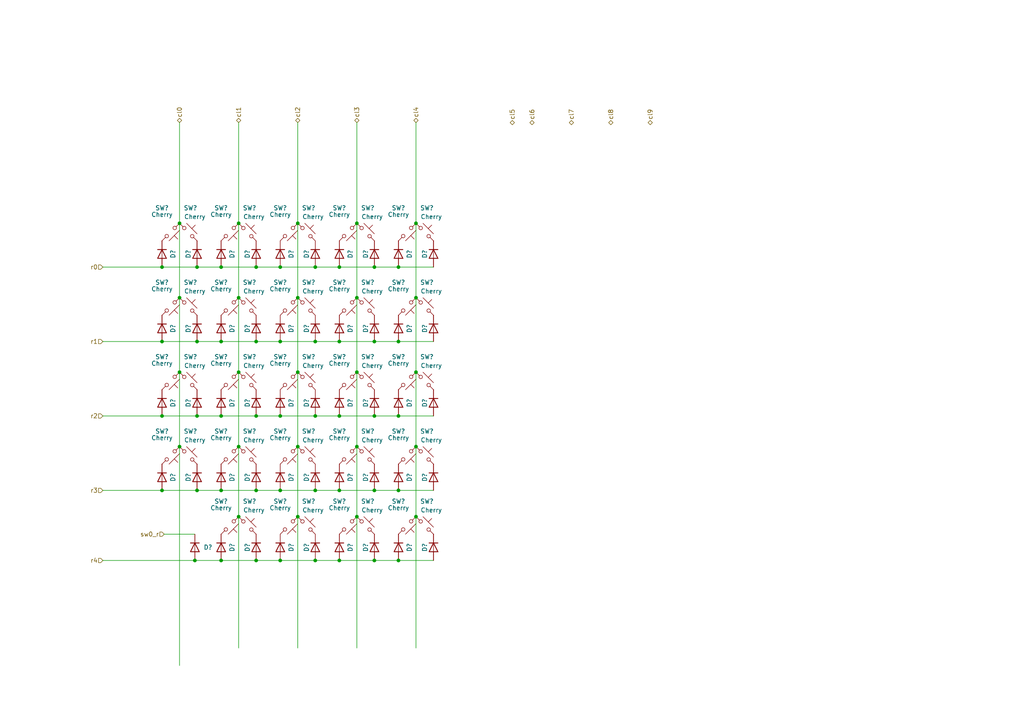
<source format=kicad_sch>
(kicad_sch (version 20230121) (generator eeschema)
  (paper "A4")
  (title_block (date "2023-08-15") (rev "0") (company "IsoKey - asterix24@gmail.com"))
  (lib_symbols
    (symbol "Diode:1N4448W" (pin_numbers hide) (pin_names hide)
      (property "Reference" "D" (at 0 2.54 0))
      (property "Value" "1N4448W" (at 0 -2.54 0))
      (symbol "1N4448W_0_1"
        (polyline (pts (xy -1.27 1.27) (xy -1.27 -1.27)) (stroke (width 0.254)))
        (polyline (pts (xy 1.27 0) (xy -1.27 0)))
        (polyline (pts (xy 1.27 1.27) (xy 1.27 -1.27) (xy -1.27 0) (xy 1.27 1.27)) (stroke (width 0.254)))
      )
      (symbol "1N4448W_1_1"
        (pin passive line (at -3.81 0 0) (length 2.54) (name "K") (number "1"))
        (pin passive line (at 3.81 0 180) (length 2.54) (name "A") (number "2"))
      )
    )
    (symbol "Switch:SW_Push_45deg" (pin_numbers hide) (pin_names (offset 1.016) hide)
      (property "Reference" "SW" (at 3.048 1.016 0))
      (property "Value" "SW_Push_45deg" (at 0 -3.81 0))
      (symbol "SW_Push_45deg_0_1"
        (circle (center -1.1684 1.1684) (radius 0.508))
        (polyline (pts (xy -0.508 2.54) (xy 2.54 -0.508)))
        (polyline (pts (xy 1.016 1.016) (xy 2.032 2.032)))
        (polyline (pts (xy -2.54 2.54) (xy -1.524 1.524) (xy -1.524 1.524)))
        (polyline (pts (xy 1.524 -1.524) (xy 2.54 -2.54) (xy 2.54 -2.54) (xy 2.54 -2.54)))
        (circle (center 1.143 -1.1938) (radius 0.508))
        (pin passive line (at -2.54 2.54 0) (length 0) (name "1") (number "1"))
        (pin passive line (at 2.54 -2.54 180) (length 0) (name "2") (number "2"))
      )
    )
  )
  (junction (at 98.425 120.65))
  (junction (at 81.28 120.65))
  (junction (at 86.36 129.54))
  (junction (at 74.295 77.47))
  (junction (at 91.44 99.06))
  (junction (at 46.99 142.24))
  (junction (at 120.65 107.95))
  (junction (at 115.57 77.47))
  (junction (at 52.07 129.54))
  (junction (at 91.44 142.24))
  (junction (at 81.28 77.47))
  (junction (at 81.28 142.24))
  (junction (at 64.135 99.06))
  (junction (at 52.07 107.95))
  (junction (at 46.99 120.65))
  (junction (at 103.505 107.95))
  (junction (at 120.65 86.36))
  (junction (at 57.15 77.47))
  (junction (at 57.15 142.24))
  (junction (at 46.99 99.06))
  (junction (at 108.585 120.65))
  (junction (at 69.215 86.36))
  (junction (at 52.07 64.77))
  (junction (at 74.295 162.56))
  (junction (at 64.135 77.47))
  (junction (at 98.425 142.24))
  (junction (at 64.135 142.24))
  (junction (at 69.215 107.95))
  (junction (at 56.515 162.56))
  (junction (at 86.36 107.95))
  (junction (at 91.44 162.56))
  (junction (at 74.295 99.06))
  (junction (at 74.295 120.65))
  (junction (at 57.15 120.65))
  (junction (at 69.215 129.54))
  (junction (at 52.07 86.36))
  (junction (at 69.215 64.77))
  (junction (at 103.505 129.54))
  (junction (at 120.65 129.54))
  (junction (at 86.36 64.77))
  (junction (at 64.135 162.56))
  (junction (at 46.99 77.47))
  (junction (at 64.135 120.65))
  (junction (at 115.57 120.65))
  (junction (at 108.585 142.24))
  (junction (at 69.215 149.86))
  (junction (at 120.65 64.77))
  (junction (at 120.65 149.86))
  (junction (at 115.57 162.56))
  (junction (at 74.295 142.24))
  (junction (at 98.425 99.06))
  (junction (at 115.57 99.06))
  (junction (at 91.44 77.47))
  (junction (at 81.28 99.06))
  (junction (at 108.585 99.06))
  (junction (at 81.28 162.56))
  (junction (at 103.505 149.86))
  (junction (at 86.36 86.36))
  (junction (at 103.505 86.36))
  (junction (at 108.585 77.47))
  (junction (at 108.585 162.56))
  (junction (at 86.36 149.86))
  (junction (at 115.57 142.24))
  (junction (at 98.425 77.47))
  (junction (at 57.15 99.06))
  (junction (at 98.425 162.56))
  (junction (at 103.505 64.77))
  (junction (at 91.44 120.65))
  (wire (pts (xy 81.28 120.65) (xy 91.44 120.65)))
  (wire (pts (xy 57.15 77.47) (xy 64.135 77.47)))
  (wire (pts (xy 108.585 99.06) (xy 115.57 99.06)))
  (wire (pts (xy 74.295 162.56) (xy 81.28 162.56)))
  (wire (pts (xy 120.65 107.95) (xy 120.65 129.54)))
  (wire (pts (xy 81.28 77.47) (xy 91.44 77.47)))
  (wire (pts (xy 103.505 107.95) (xy 103.505 129.54)))
  (wire (pts (xy 29.845 77.47) (xy 46.99 77.47)))
  (wire (pts (xy 74.295 99.06) (xy 81.28 99.06)))
  (wire (pts (xy 69.215 129.54) (xy 69.215 149.86)))
  (wire (pts (xy 52.07 86.36) (xy 52.07 107.95)))
  (wire (pts (xy 81.28 99.06) (xy 91.44 99.06)))
  (wire (pts (xy 115.57 99.06) (xy 125.73 99.06)))
  (wire (pts (xy 115.57 120.65) (xy 125.73 120.65)))
  (wire (pts (xy 103.505 129.54) (xy 103.505 149.86)))
  (wire (pts (xy 69.215 86.36) (xy 69.215 107.95)))
  (wire (pts (xy 29.845 120.65) (xy 46.99 120.65)))
  (wire (pts (xy 46.99 99.06) (xy 57.15 99.06)))
  (wire (pts (xy 52.07 107.95) (xy 52.07 129.54)))
  (wire (pts (xy 108.585 120.65) (xy 115.57 120.65)))
  (wire (pts (xy 108.585 162.56) (xy 115.57 162.56)))
  (wire (pts (xy 103.505 64.77) (xy 103.505 86.36)))
  (wire (pts (xy 120.65 149.86) (xy 120.65 187.96)))
  (wire (pts (xy 86.36 86.36) (xy 86.36 107.95)))
  (wire (pts (xy 46.99 77.47) (xy 57.15 77.47)))
  (wire (pts (xy 64.135 162.56) (xy 74.295 162.56)))
  (wire (pts (xy 57.15 120.65) (xy 64.135 120.65)))
  (wire (pts (xy 52.07 129.54) (xy 52.07 193.04)))
  (wire (pts (xy 46.99 120.65) (xy 57.15 120.65)))
  (wire (pts (xy 98.425 142.24) (xy 108.585 142.24)))
  (wire (pts (xy 98.425 120.65) (xy 108.585 120.65)))
  (wire (pts (xy 120.65 35.56) (xy 120.65 64.77)))
  (wire (pts (xy 98.425 162.56) (xy 108.585 162.56)))
  (wire (pts (xy 120.65 129.54) (xy 120.65 149.86)))
  (wire (pts (xy 86.36 149.86) (xy 86.36 187.96)))
  (wire (pts (xy 69.215 107.95) (xy 69.215 129.54)))
  (wire (pts (xy 120.65 86.36) (xy 120.65 107.95)))
  (wire (pts (xy 91.44 162.56) (xy 98.425 162.56)))
  (wire (pts (xy 64.135 142.24) (xy 74.295 142.24)))
  (wire (pts (xy 47.625 154.94) (xy 56.515 154.94)))
  (wire (pts (xy 81.28 162.56) (xy 91.44 162.56)))
  (wire (pts (xy 108.585 142.24) (xy 115.57 142.24)))
  (wire (pts (xy 115.57 77.47) (xy 125.73 77.47)))
  (wire (pts (xy 86.36 107.95) (xy 86.36 129.54)))
  (wire (pts (xy 29.845 162.56) (xy 56.515 162.56)))
  (wire (pts (xy 57.15 142.24) (xy 64.135 142.24)))
  (wire (pts (xy 86.36 129.54) (xy 86.36 149.86)))
  (wire (pts (xy 91.44 77.47) (xy 98.425 77.47)))
  (wire (pts (xy 52.07 35.56) (xy 52.07 64.77)))
  (wire (pts (xy 74.295 77.47) (xy 81.28 77.47)))
  (wire (pts (xy 69.215 149.86) (xy 69.215 187.96)))
  (wire (pts (xy 57.15 99.06) (xy 64.135 99.06)))
  (wire (pts (xy 98.425 99.06) (xy 108.585 99.06)))
  (wire (pts (xy 103.505 149.86) (xy 103.505 187.96)))
  (wire (pts (xy 86.36 64.77) (xy 86.36 86.36)))
  (wire (pts (xy 69.215 64.77) (xy 69.215 86.36)))
  (wire (pts (xy 81.28 142.24) (xy 91.44 142.24)))
  (wire (pts (xy 74.295 120.65) (xy 81.28 120.65)))
  (wire (pts (xy 64.135 120.65) (xy 74.295 120.65)))
  (wire (pts (xy 46.99 142.24) (xy 57.15 142.24)))
  (wire (pts (xy 74.295 142.24) (xy 81.28 142.24)))
  (wire (pts (xy 69.215 35.56) (xy 69.215 64.77)))
  (wire (pts (xy 91.44 120.65) (xy 98.425 120.65)))
  (wire (pts (xy 91.44 99.06) (xy 98.425 99.06)))
  (wire (pts (xy 98.425 77.47) (xy 108.585 77.47)))
  (wire (pts (xy 52.07 64.77) (xy 52.07 86.36)))
  (wire (pts (xy 103.505 86.36) (xy 103.505 107.95)))
  (wire (pts (xy 115.57 162.56) (xy 125.73 162.56)))
  (wire (pts (xy 108.585 77.47) (xy 115.57 77.47)))
  (wire (pts (xy 56.515 162.56) (xy 64.135 162.56)))
  (wire (pts (xy 86.36 35.56) (xy 86.36 64.77)))
  (wire (pts (xy 115.57 142.24) (xy 125.73 142.24)))
  (wire (pts (xy 91.44 142.24) (xy 98.425 142.24)))
  (wire (pts (xy 29.845 99.06) (xy 46.99 99.06)))
  (wire (pts (xy 120.65 64.77) (xy 120.65 86.36)))
  (wire (pts (xy 29.845 142.24) (xy 46.99 142.24)))
  (wire (pts (xy 64.135 99.06) (xy 74.295 99.06)))
  (wire (pts (xy 103.505 35.56) (xy 103.505 64.77)))
  (wire (pts (xy 64.135 77.47) (xy 74.295 77.47)))
  (hierarchical_label "cl0" (shape bidirectional) (at 52.07 35.56 90))
  (hierarchical_label "sw0_r" (shape input) (at 47.625 154.94 180))
  (hierarchical_label "r1" (shape input) (at 29.845 99.06 180))
  (hierarchical_label "cl1" (shape bidirectional) (at 69.215 35.56 90))
  (hierarchical_label "cl3" (shape bidirectional) (at 103.505 35.56 90))
  (hierarchical_label "cl5" (shape bidirectional) (at 148.59 36.195 90))
  (hierarchical_label "cl7" (shape bidirectional) (at 165.735 36.195 90))
  (hierarchical_label "r0" (shape input) (at 29.845 77.47 180))
  (hierarchical_label "cl2" (shape bidirectional) (at 86.36 35.56 90))
  (hierarchical_label "cl4" (shape bidirectional) (at 120.65 35.56 90))
  (hierarchical_label "r3" (shape input) (at 29.845 142.24 180))
  (hierarchical_label "r4" (shape input) (at 29.845 162.56 180))
  (hierarchical_label "cl8" (shape bidirectional) (at 177.165 36.195 90))
  (hierarchical_label "cl9" (shape bidirectional) (at 188.595 36.195 90))
  (hierarchical_label "cl6" (shape bidirectional) (at 154.305 36.195 90))
  (hierarchical_label "r2" (shape input) (at 29.845 120.65 180))
  (symbol (lib_id "Switch:SW_Push_45deg") (at 54.61 110.49 0) (unit 1)
    (property "Reference" "SW?" (at 55.245 103.505 0))
    (property "Value" "Cherry" (at 56.515 106.045 0))
    (property "Footprint" "Button_Switch_Keyboard:Kailh_socket_MX_LED" (effects hide))
    (instances (project "isokey" (path "" (reference "SW?") (unit 1)) (path "" (reference "SW22") (unit 1)) (path "" (reference "SW?") (unit 1))))
  )
  (symbol (lib_id "Switch:SW_Push_45deg") (at 49.53 67.31 0) (mirror x) (unit 1)
    (property "Reference" "SW?" (at 46.99 60.325 0))
    (property "Value" "Cherry" (at 46.99 62.23 0))
    (property "Footprint" "Button_Switch_Keyboard:Kailh_socket_MX_LED" (effects hide))
    (instances (project "isokey" (path "" (reference "SW?") (unit 1)) (path "" (reference "SW1") (unit 1)) (path "" (reference "SW?") (unit 1))))
  )
  (symbol (lib_id "Diode:1N4448W") (at 81.28 116.84 270) (unit 1)
    (property "Reference" "D?" (at 84.455 115.57 0) (effects (justify left)))
    (property "Value" "1N4448W" (effects hide))
    (property "Footprint" "Diode_SMD:D_SOD-123" (effects hide))
    (property "Datasheet" "https://www.vishay.com/docs/85722/1n4448w.pdf" (effects hide))
    (property "Sim.Device" "D" (effects hide))
    (property "Sim.Pins" "1=K 2=A" (effects hide))
    (instances (project "isokey" (path "" (reference "D?") (unit 1)) (path "" (reference "D26") (unit 1)) (path "" (reference "D?") (unit 1))))
  )
  (symbol (lib_id "Switch:SW_Push_45deg") (at 83.82 110.49 0) (mirror x) (unit 1)
    (property "Reference" "SW?" (at 81.28 103.505 0))
    (property "Value" "Cherry" (at 81.28 105.41 0))
    (property "Footprint" "Button_Switch_Keyboard:Kailh_socket_MX_LED" (effects hide))
    (instances (project "isokey" (path "" (reference "SW?") (unit 1)) (path "" (reference "SW25") (unit 1)) (path "" (reference "SW?") (unit 1))))
  )
  (symbol (lib_id "Diode:1N4448W") (at 98.425 138.43 270) (unit 1)
    (property "Reference" "D?" (at 101.6 137.16 0) (effects (justify left)))
    (property "Value" "1N4448W" (effects hide))
    (property "Footprint" "Diode_SMD:D_SOD-123" (effects hide))
    (property "Datasheet" "https://www.vishay.com/docs/85722/1n4448w.pdf" (effects hide))
    (property "Sim.Device" "D" (effects hide))
    (property "Sim.Pins" "1=K 2=A" (effects hide))
    (instances (project "isokey" (path "" (reference "D?") (unit 1)) (path "" (reference "D127") (unit 1)) (path "" (reference "D?") (unit 1))))
  )
  (symbol (lib_id "Diode:1N4448W") (at 74.295 138.43 270) (unit 1)
    (property "Reference" "D?" (at 71.755 137.16 0) (effects (justify left)))
    (property "Value" "1N4448W" (effects hide))
    (property "Footprint" "Diode_SMD:D_SOD-123" (effects hide))
    (property "Datasheet" "https://www.vishay.com/docs/85722/1n4448w.pdf" (effects hide))
    (property "Sim.Device" "D" (effects hide))
    (property "Sim.Pins" "1=K 2=A" (effects hide))
    (instances (project "isokey" (path "" (reference "D?") (unit 1)) (path "" (reference "D124") (unit 1)) (path "" (reference "D?") (unit 1))))
  )
  (symbol (lib_id "Diode:1N4448W") (at 57.15 116.84 270) (unit 1)
    (property "Reference" "D?" (at 54.61 115.57 0) (effects (justify left)))
    (property "Value" "1N4448W" (effects hide))
    (property "Footprint" "Diode_SMD:D_SOD-123" (effects hide))
    (property "Datasheet" "https://www.vishay.com/docs/85722/1n4448w.pdf" (effects hide))
    (property "Sim.Device" "D" (effects hide))
    (property "Sim.Pins" "1=K 2=A" (effects hide))
    (instances (project "isokey" (path "" (reference "D?") (unit 1)) (path "" (reference "D22") (unit 1)) (path "" (reference "D?") (unit 1))))
  )
  (symbol (lib_id "Switch:SW_Push_45deg") (at 100.965 132.08 0) (mirror x) (unit 1)
    (property "Reference" "SW?" (at 98.425 125.095 0))
    (property "Value" "Cherry" (at 98.425 127 0))
    (property "Footprint" "Button_Switch_Keyboard:Kailh_socket_MX_LED" (effects hide))
    (instances (project "isokey" (path "" (reference "SW?") (unit 1)) (path "" (reference "SW37") (unit 1)) (path "" (reference "SW?") (unit 1))))
  )
  (symbol (lib_id "Diode:1N4448W") (at 81.28 158.75 270) (unit 1)
    (property "Reference" "D?" (at 84.455 157.48 0) (effects (justify left)))
    (property "Value" "1N4448W" (effects hide))
    (property "Footprint" "Diode_SMD:D_SOD-123" (effects hide))
    (property "Datasheet" "https://www.vishay.com/docs/85722/1n4448w.pdf" (effects hide))
    (property "Sim.Device" "D" (effects hide))
    (property "Sim.Pins" "1=K 2=A" (effects hide))
    (instances (project "isokey" (path "" (reference "D?") (unit 1)) (path "" (reference "D133") (unit 1)) (path "" (reference "D?") (unit 1))))
  )
  (symbol (lib_id "Switch:SW_Push_45deg") (at 88.9 110.49 0) (unit 1)
    (property "Reference" "SW?" (at 89.535 103.505 0))
    (property "Value" "Cherry" (at 90.805 106.045 0))
    (property "Footprint" "Button_Switch_Keyboard:Kailh_socket_MX_LED" (effects hide))
    (instances (project "isokey" (path "" (reference "SW?") (unit 1)) (path "" (reference "SW26") (unit 1)) (path "" (reference "SW?") (unit 1))))
  )
  (symbol (lib_id "Switch:SW_Push_45deg") (at 49.53 110.49 0) (mirror x) (unit 1)
    (property "Reference" "SW?" (at 46.99 103.505 0))
    (property "Value" "Cherry" (at 46.99 105.41 0))
    (property "Footprint" "Button_Switch_Keyboard:Kailh_socket_MX_LED" (effects hide))
    (instances (project "isokey" (path "" (reference "SW?") (unit 1)) (path "" (reference "SW21") (unit 1)) (path "" (reference "SW?") (unit 1))))
  )
  (symbol (lib_id "Diode:1N4448W") (at 108.585 116.84 270) (unit 1)
    (property "Reference" "D?" (at 106.045 115.57 0) (effects (justify left)))
    (property "Value" "1N4448W" (effects hide))
    (property "Footprint" "Diode_SMD:D_SOD-123" (effects hide))
    (property "Datasheet" "https://www.vishay.com/docs/85722/1n4448w.pdf" (effects hide))
    (property "Sim.Device" "D" (effects hide))
    (property "Sim.Pins" "1=K 2=A" (effects hide))
    (instances (project "isokey" (path "" (reference "D?") (unit 1)) (path "" (reference "D29") (unit 1)) (path "" (reference "D?") (unit 1))))
  )
  (symbol (lib_id "Diode:1N4448W") (at 91.44 116.84 270) (unit 1)
    (property "Reference" "D?" (at 88.9 115.57 0) (effects (justify left)))
    (property "Value" "1N4448W" (effects hide))
    (property "Footprint" "Diode_SMD:D_SOD-123" (effects hide))
    (property "Datasheet" "https://www.vishay.com/docs/85722/1n4448w.pdf" (effects hide))
    (property "Sim.Device" "D" (effects hide))
    (property "Sim.Pins" "1=K 2=A" (effects hide))
    (instances (project "isokey" (path "" (reference "D?") (unit 1)) (path "" (reference "D27") (unit 1)) (path "" (reference "D?") (unit 1))))
  )
  (symbol (lib_id "Switch:SW_Push_45deg") (at 83.82 67.31 0) (mirror x) (unit 1)
    (property "Reference" "SW?" (at 81.28 60.325 0))
    (property "Value" "Cherry" (at 81.28 62.23 0))
    (property "Footprint" "Button_Switch_Keyboard:Kailh_socket_MX_LED" (effects hide))
    (instances (project "isokey" (path "" (reference "SW?") (unit 1)) (path "" (reference "SW5") (unit 1)) (path "" (reference "SW?") (unit 1))))
  )
  (symbol (lib_id "Diode:1N4448W") (at 115.57 138.43 270) (unit 1)
    (property "Reference" "D?" (at 118.745 137.16 0) (effects (justify left)))
    (property "Value" "1N4448W" (effects hide))
    (property "Footprint" "Diode_SMD:D_SOD-123" (effects hide))
    (property "Datasheet" "https://www.vishay.com/docs/85722/1n4448w.pdf" (effects hide))
    (property "Sim.Device" "D" (effects hide))
    (property "Sim.Pins" "1=K 2=A" (effects hide))
    (instances (project "isokey" (path "" (reference "D?") (unit 1)) (path "" (reference "D129") (unit 1)) (path "" (reference "D?") (unit 1))))
  )
  (symbol (lib_id "Switch:SW_Push_45deg") (at 66.675 110.49 0) (mirror x) (unit 1)
    (property "Reference" "SW?" (at 64.135 103.505 0))
    (property "Value" "Cherry" (at 64.135 105.41 0))
    (property "Footprint" "Button_Switch_Keyboard:Kailh_socket_MX_LED" (effects hide))
    (instances (project "isokey" (path "" (reference "SW?") (unit 1)) (path "" (reference "SW23") (unit 1)) (path "" (reference "SW?") (unit 1))))
  )
  (symbol (lib_id "Switch:SW_Push_45deg") (at 71.755 152.4 0) (unit 1)
    (property "Reference" "SW?" (at 72.39 145.415 0))
    (property "Value" "Cherry" (at 73.66 147.955 0))
    (property "Footprint" "Button_Switch_Keyboard:Kailh_socket_MX_LED" (effects hide))
    (instances (project "isokey" (path "" (reference "SW?") (unit 1)) (path "" (reference "SW42") (unit 1)) (path "" (reference "SW?") (unit 1))))
  )
  (symbol (lib_id "Diode:1N4448W") (at 108.585 95.25 270) (unit 1)
    (property "Reference" "D?" (at 106.045 93.98 0) (effects (justify left)))
    (property "Value" "1N4448W" (effects hide))
    (property "Footprint" "Diode_SMD:D_SOD-123" (effects hide))
    (property "Datasheet" "https://www.vishay.com/docs/85722/1n4448w.pdf" (effects hide))
    (property "Sim.Device" "D" (effects hide))
    (property "Sim.Pins" "1=K 2=A" (effects hide))
    (instances (project "isokey" (path "" (reference "D?") (unit 1)) (path "" (reference "D18") (unit 1)) (path "" (reference "D?") (unit 1))))
  )
  (symbol (lib_id "Diode:1N4448W") (at 74.295 73.66 270) (unit 1)
    (property "Reference" "D?" (at 71.755 72.39 0) (effects (justify left)))
    (property "Value" "1N4448W" (effects hide))
    (property "Footprint" "Diode_SMD:D_SOD-123" (effects hide))
    (property "Datasheet" "https://www.vishay.com/docs/85722/1n4448w.pdf" (effects hide))
    (property "Sim.Device" "D" (effects hide))
    (property "Sim.Pins" "1=K 2=A" (effects hide))
    (instances (project "isokey" (path "" (reference "D?") (unit 1)) (path "" (reference "D4") (unit 1)) (path "" (reference "D?") (unit 1))))
  )
  (symbol (lib_id "Switch:SW_Push_45deg") (at 71.755 110.49 0) (unit 1)
    (property "Reference" "SW?" (at 72.39 103.505 0))
    (property "Value" "Cherry" (at 73.66 106.045 0))
    (property "Footprint" "Button_Switch_Keyboard:Kailh_socket_MX_LED" (effects hide))
    (instances (project "isokey" (path "" (reference "SW?") (unit 1)) (path "" (reference "SW24") (unit 1)) (path "" (reference "SW?") (unit 1))))
  )
  (symbol (lib_id "Switch:SW_Push_45deg") (at 88.9 132.08 0) (unit 1)
    (property "Reference" "SW?" (at 89.535 125.095 0))
    (property "Value" "Cherry" (at 90.805 127.635 0))
    (property "Footprint" "Button_Switch_Keyboard:Kailh_socket_MX_LED" (effects hide))
    (instances (project "isokey" (path "" (reference "SW?") (unit 1)) (path "" (reference "SW36") (unit 1)) (path "" (reference "SW?") (unit 1))))
  )
  (symbol (lib_id "Switch:SW_Push_45deg") (at 123.19 132.08 0) (unit 1)
    (property "Reference" "SW?" (at 123.825 125.095 0))
    (property "Value" "Cherry" (at 125.095 127.635 0))
    (property "Footprint" "Button_Switch_Keyboard:Kailh_socket_MX_LED" (effects hide))
    (instances (project "isokey" (path "" (reference "SW?") (unit 1)) (path "" (reference "SW40") (unit 1)) (path "" (reference "SW?") (unit 1))))
  )
  (symbol (lib_id "Switch:SW_Push_45deg") (at 100.965 67.31 0) (mirror x) (unit 1)
    (property "Reference" "SW?" (at 98.425 60.325 0))
    (property "Value" "Cherry" (at 98.425 62.23 0))
    (property "Footprint" "Button_Switch_Keyboard:Kailh_socket_MX_LED" (effects hide))
    (instances (project "isokey" (path "" (reference "SW?") (unit 1)) (path "" (reference "SW7") (unit 1)) (path "" (reference "SW?") (unit 1))))
  )
  (symbol (lib_id "Switch:SW_Push_45deg") (at 49.53 88.9 0) (mirror x) (unit 1)
    (property "Reference" "SW?" (at 46.99 81.915 0))
    (property "Value" "Cherry" (at 46.99 83.82 0))
    (property "Footprint" "Button_Switch_Keyboard:Kailh_socket_MX_LED" (effects hide))
    (instances (project "isokey" (path "" (reference "SW?") (unit 1)) (path "" (reference "SW11") (unit 1)) (path "" (reference "SW?") (unit 1))))
  )
  (symbol (lib_id "Switch:SW_Push_45deg") (at 118.11 88.9 0) (mirror x) (unit 1)
    (property "Reference" "SW?" (at 115.57 81.915 0))
    (property "Value" "Cherry" (at 115.57 83.82 0))
    (property "Footprint" "Button_Switch_Keyboard:Kailh_socket_MX_LED" (effects hide))
    (instances (project "isokey" (path "" (reference "SW?") (unit 1)) (path "" (reference "SW19") (unit 1)) (path "" (reference "SW?") (unit 1))))
  )
  (symbol (lib_id "Diode:1N4448W") (at 64.135 95.25 270) (unit 1)
    (property "Reference" "D?" (at 67.31 93.98 0) (effects (justify left)))
    (property "Value" "1N4448W" (effects hide))
    (property "Footprint" "Diode_SMD:D_SOD-123" (effects hide))
    (property "Datasheet" "https://www.vishay.com/docs/85722/1n4448w.pdf" (effects hide))
    (property "Sim.Device" "D" (effects hide))
    (property "Sim.Pins" "1=K 2=A" (effects hide))
    (instances (project "isokey" (path "" (reference "D?") (unit 1)) (path "" (reference "D13") (unit 1)) (path "" (reference "D?") (unit 1))))
  )
  (symbol (lib_id "Diode:1N4448W") (at 81.28 73.66 270) (unit 1)
    (property "Reference" "D?" (at 84.455 72.39 0) (effects (justify left)))
    (property "Value" "1N4448W" (effects hide))
    (property "Footprint" "Diode_SMD:D_SOD-123" (effects hide))
    (property "Datasheet" "https://www.vishay.com/docs/85722/1n4448w.pdf" (effects hide))
    (property "Sim.Device" "D" (effects hide))
    (property "Sim.Pins" "1=K 2=A" (effects hide))
    (instances (project "isokey" (path "" (reference "D?") (unit 1)) (path "" (reference "D5") (unit 1)) (path "" (reference "D?") (unit 1))))
  )
  (symbol (lib_id "Diode:1N4448W") (at 46.99 138.43 270) (unit 1)
    (property "Reference" "D?" (at 50.165 137.16 0) (effects (justify left)))
    (property "Value" "1N4448W" (effects hide))
    (property "Footprint" "Diode_SMD:D_SOD-123" (effects hide))
    (property "Datasheet" "https://www.vishay.com/docs/85722/1n4448w.pdf" (effects hide))
    (property "Sim.Device" "D" (effects hide))
    (property "Sim.Pins" "1=K 2=A" (effects hide))
    (instances (project "isokey" (path "" (reference "D?") (unit 1)) (path "" (reference "D121") (unit 1)) (path "" (reference "D?") (unit 1))))
  )
  (symbol (lib_id "Diode:1N4448W") (at 115.57 95.25 270) (unit 1)
    (property "Reference" "D?" (at 118.745 93.98 0) (effects (justify left)))
    (property "Value" "1N4448W" (effects hide))
    (property "Footprint" "Diode_SMD:D_SOD-123" (effects hide))
    (property "Datasheet" "https://www.vishay.com/docs/85722/1n4448w.pdf" (effects hide))
    (property "Sim.Device" "D" (effects hide))
    (property "Sim.Pins" "1=K 2=A" (effects hide))
    (instances (project "isokey" (path "" (reference "D?") (unit 1)) (path "" (reference "D19") (unit 1)) (path "" (reference "D?") (unit 1))))
  )
  (symbol (lib_id "Switch:SW_Push_45deg") (at 66.675 152.4 0) (mirror x) (unit 1)
    (property "Reference" "SW?" (at 64.135 145.415 0))
    (property "Value" "Cherry" (at 64.135 147.32 0))
    (property "Footprint" "Button_Switch_Keyboard:Kailh_socket_MX_LED" (effects hide))
    (instances (project "isokey" (path "" (reference "SW?") (unit 1)) (path "" (reference "SW41") (unit 1)) (path "" (reference "SW?") (unit 1))))
  )
  (symbol (lib_id "Switch:SW_Push_45deg") (at 123.19 110.49 0) (unit 1)
    (property "Reference" "SW?" (at 123.825 103.505 0))
    (property "Value" "Cherry" (at 125.095 106.045 0))
    (property "Footprint" "Button_Switch_Keyboard:Kailh_socket_MX_LED" (effects hide))
    (instances (project "isokey" (path "" (reference "SW?") (unit 1)) (path "" (reference "SW30") (unit 1)) (path "" (reference "SW?") (unit 1))))
  )
  (symbol (lib_id "Diode:1N4448W") (at 115.57 116.84 270) (unit 1)
    (property "Reference" "D?" (at 118.745 115.57 0) (effects (justify left)))
    (property "Value" "1N4448W" (effects hide))
    (property "Footprint" "Diode_SMD:D_SOD-123" (effects hide))
    (property "Datasheet" "https://www.vishay.com/docs/85722/1n4448w.pdf" (effects hide))
    (property "Sim.Device" "D" (effects hide))
    (property "Sim.Pins" "1=K 2=A" (effects hide))
    (instances (project "isokey" (path "" (reference "D?") (unit 1)) (path "" (reference "D119") (unit 1)) (path "" (reference "D?") (unit 1))))
  )
  (symbol (lib_id "Diode:1N4448W") (at 74.295 116.84 270) (unit 1)
    (property "Reference" "D?" (at 71.755 115.57 0) (effects (justify left)))
    (property "Value" "1N4448W" (effects hide))
    (property "Footprint" "Diode_SMD:D_SOD-123" (effects hide))
    (property "Datasheet" "https://www.vishay.com/docs/85722/1n4448w.pdf" (effects hide))
    (property "Sim.Device" "D" (effects hide))
    (property "Sim.Pins" "1=K 2=A" (effects hide))
    (instances (project "isokey" (path "" (reference "D?") (unit 1)) (path "" (reference "D24") (unit 1)) (path "" (reference "D?") (unit 1))))
  )
  (symbol (lib_id "Switch:SW_Push_45deg") (at 83.82 132.08 0) (mirror x) (unit 1)
    (property "Reference" "SW?" (at 81.28 125.095 0))
    (property "Value" "Cherry" (at 81.28 127 0))
    (property "Footprint" "Button_Switch_Keyboard:Kailh_socket_MX_LED" (effects hide))
    (instances (project "isokey" (path "" (reference "SW?") (unit 1)) (path "" (reference "SW35") (unit 1)) (path "" (reference "SW?") (unit 1))))
  )
  (symbol (lib_id "Switch:SW_Push_45deg") (at 118.11 67.31 0) (mirror x) (unit 1)
    (property "Reference" "SW?" (at 115.57 60.325 0))
    (property "Value" "Cherry" (at 115.57 62.23 0))
    (property "Footprint" "Button_Switch_Keyboard:Kailh_socket_MX_LED" (effects hide))
    (instances (project "isokey" (path "" (reference "SW?") (unit 1)) (path "" (reference "SW9") (unit 1)) (path "" (reference "SW?") (unit 1))))
  )
  (symbol (lib_id "Diode:1N4448W") (at 91.44 158.75 270) (unit 1)
    (property "Reference" "D?" (at 88.9 157.48 0) (effects (justify left)))
    (property "Value" "1N4448W" (effects hide))
    (property "Footprint" "Diode_SMD:D_SOD-123" (effects hide))
    (property "Datasheet" "https://www.vishay.com/docs/85722/1n4448w.pdf" (effects hide))
    (property "Sim.Device" "D" (effects hide))
    (property "Sim.Pins" "1=K 2=A" (effects hide))
    (instances (project "isokey" (path "" (reference "D?") (unit 1)) (path "" (reference "D134") (unit 1)) (path "" (reference "D?") (unit 1))))
  )
  (symbol (lib_id "Switch:SW_Push_45deg") (at 123.19 88.9 0) (unit 1)
    (property "Reference" "SW?" (at 123.825 81.915 0))
    (property "Value" "Cherry" (at 125.095 84.455 0))
    (property "Footprint" "Button_Switch_Keyboard:Kailh_socket_MX_LED" (effects hide))
    (instances (project "isokey" (path "" (reference "SW?") (unit 1)) (path "" (reference "SW20") (unit 1)) (path "" (reference "SW?") (unit 1))))
  )
  (symbol (lib_id "Diode:1N4448W") (at 108.585 138.43 270) (unit 1)
    (property "Reference" "D?" (at 106.045 137.16 0) (effects (justify left)))
    (property "Value" "1N4448W" (effects hide))
    (property "Footprint" "Diode_SMD:D_SOD-123" (effects hide))
    (property "Datasheet" "https://www.vishay.com/docs/85722/1n4448w.pdf" (effects hide))
    (property "Sim.Device" "D" (effects hide))
    (property "Sim.Pins" "1=K 2=A" (effects hide))
    (instances (project "isokey" (path "" (reference "D?") (unit 1)) (path "" (reference "D128") (unit 1)) (path "" (reference "D?") (unit 1))))
  )
  (symbol (lib_id "Switch:SW_Push_45deg") (at 66.675 132.08 0) (mirror x) (unit 1)
    (property "Reference" "SW?" (at 64.135 125.095 0))
    (property "Value" "Cherry" (at 64.135 127 0))
    (property "Footprint" "Button_Switch_Keyboard:Kailh_socket_MX_LED" (effects hide))
    (instances (project "isokey" (path "" (reference "SW?") (unit 1)) (path "" (reference "SW33") (unit 1)) (path "" (reference "SW?") (unit 1))))
  )
  (symbol (lib_id "Switch:SW_Push_45deg") (at 118.11 152.4 0) (mirror x) (unit 1)
    (property "Reference" "SW?" (at 115.57 145.415 0))
    (property "Value" "Cherry" (at 115.57 147.32 0))
    (property "Footprint" "Button_Switch_Keyboard:Kailh_socket_MX_LED" (effects hide))
    (instances (project "isokey" (path "" (reference "SW?") (unit 1)) (path "" (reference "SW47") (unit 1)) (path "" (reference "SW?") (unit 1))))
  )
  (symbol (lib_id "Diode:1N4448W") (at 81.28 95.25 270) (unit 1)
    (property "Reference" "D?" (at 84.455 93.98 0) (effects (justify left)))
    (property "Value" "1N4448W" (effects hide))
    (property "Footprint" "Diode_SMD:D_SOD-123" (effects hide))
    (property "Datasheet" "https://www.vishay.com/docs/85722/1n4448w.pdf" (effects hide))
    (property "Sim.Device" "D" (effects hide))
    (property "Sim.Pins" "1=K 2=A" (effects hide))
    (instances (project "isokey" (path "" (reference "D?") (unit 1)) (path "" (reference "D15") (unit 1)) (path "" (reference "D?") (unit 1))))
  )
  (symbol (lib_id "Switch:SW_Push_45deg") (at 88.9 88.9 0) (unit 1)
    (property "Reference" "SW?" (at 89.535 81.915 0))
    (property "Value" "Cherry" (at 90.805 84.455 0))
    (property "Footprint" "Button_Switch_Keyboard:Kailh_socket_MX_LED" (effects hide))
    (instances (project "isokey" (path "" (reference "SW?") (unit 1)) (path "" (reference "SW16") (unit 1)) (path "" (reference "SW?") (unit 1))))
  )
  (symbol (lib_id "Switch:SW_Push_45deg") (at 118.11 132.08 0) (mirror x) (unit 1)
    (property "Reference" "SW?" (at 115.57 125.095 0))
    (property "Value" "Cherry" (at 115.57 127 0))
    (property "Footprint" "Button_Switch_Keyboard:Kailh_socket_MX_LED" (effects hide))
    (instances (project "isokey" (path "" (reference "SW?") (unit 1)) (path "" (reference "SW39") (unit 1)) (path "" (reference "SW?") (unit 1))))
  )
  (symbol (lib_id "Diode:1N4448W") (at 98.425 116.84 270) (unit 1)
    (property "Reference" "D?" (at 101.6 115.57 0) (effects (justify left)))
    (property "Value" "1N4448W" (effects hide))
    (property "Footprint" "Diode_SMD:D_SOD-123" (effects hide))
    (property "Datasheet" "https://www.vishay.com/docs/85722/1n4448w.pdf" (effects hide))
    (property "Sim.Device" "D" (effects hide))
    (property "Sim.Pins" "1=K 2=A" (effects hide))
    (instances (project "isokey" (path "" (reference "D?") (unit 1)) (path "" (reference "D28") (unit 1)) (path "" (reference "D?") (unit 1))))
  )
  (symbol (lib_id "Diode:1N4448W") (at 91.44 73.66 270) (unit 1)
    (property "Reference" "D?" (at 88.9 72.39 0) (effects (justify left)))
    (property "Value" "1N4448W" (effects hide))
    (property "Footprint" "Diode_SMD:D_SOD-123" (effects hide))
    (property "Datasheet" "https://www.vishay.com/docs/85722/1n4448w.pdf" (effects hide))
    (property "Sim.Device" "D" (effects hide))
    (property "Sim.Pins" "1=K 2=A" (effects hide))
    (instances (project "isokey" (path "" (reference "D?") (unit 1)) (path "" (reference "D6") (unit 1)) (path "" (reference "D?") (unit 1))))
  )
  (symbol (lib_id "Switch:SW_Push_45deg") (at 106.045 67.31 0) (unit 1)
    (property "Reference" "SW?" (at 106.68 60.325 0))
    (property "Value" "Cherry" (at 107.95 62.865 0))
    (property "Footprint" "Button_Switch_Keyboard:Kailh_socket_MX_LED" (effects hide))
    (instances (project "isokey" (path "" (reference "SW?") (unit 1)) (path "" (reference "SW8") (unit 1)) (path "" (reference "SW?") (unit 1))))
  )
  (symbol (lib_id "Switch:SW_Push_45deg") (at 118.11 110.49 0) (mirror x) (unit 1)
    (property "Reference" "SW?" (at 115.57 103.505 0))
    (property "Value" "Cherry" (at 115.57 105.41 0))
    (property "Footprint" "Button_Switch_Keyboard:Kailh_socket_MX_LED" (effects hide))
    (instances (project "isokey" (path "" (reference "SW?") (unit 1)) (path "" (reference "SW29") (unit 1)) (path "" (reference "SW?") (unit 1))))
  )
  (symbol (lib_id "Switch:SW_Push_45deg") (at 88.9 67.31 0) (unit 1)
    (property "Reference" "SW?" (at 89.535 60.325 0))
    (property "Value" "Cherry" (at 90.805 62.865 0))
    (property "Footprint" "Button_Switch_Keyboard:Kailh_socket_MX_LED" (effects hide))
    (instances (project "isokey" (path "" (reference "SW?") (unit 1)) (path "" (reference "SW6") (unit 1)) (path "" (reference "SW?") (unit 1))))
  )
  (symbol (lib_id "Switch:SW_Push_45deg") (at 100.965 110.49 0) (mirror x) (unit 1)
    (property "Reference" "SW?" (at 98.425 103.505 0))
    (property "Value" "Cherry" (at 98.425 105.41 0))
    (property "Footprint" "Button_Switch_Keyboard:Kailh_socket_MX_LED" (effects hide))
    (instances (project "isokey" (path "" (reference "SW?") (unit 1)) (path "" (reference "SW27") (unit 1)) (path "" (reference "SW?") (unit 1))))
  )
  (symbol (lib_id "Switch:SW_Push_45deg") (at 106.045 88.9 0) (unit 1)
    (property "Reference" "SW?" (at 106.68 81.915 0))
    (property "Value" "Cherry" (at 107.95 84.455 0))
    (property "Footprint" "Button_Switch_Keyboard:Kailh_socket_MX_LED" (effects hide))
    (instances (project "isokey" (path "" (reference "SW?") (unit 1)) (path "" (reference "SW18") (unit 1)) (path "" (reference "SW?") (unit 1))))
  )
  (symbol (lib_id "Switch:SW_Push_45deg") (at 71.755 67.31 0) (unit 1)
    (property "Reference" "SW?" (at 72.39 60.325 0))
    (property "Value" "Cherry" (at 73.66 62.865 0))
    (property "Footprint" "Button_Switch_Keyboard:Kailh_socket_MX_LED" (effects hide))
    (instances (project "isokey" (path "" (reference "SW?") (unit 1)) (path "" (reference "SW4") (unit 1)) (path "" (reference "SW?") (unit 1))))
  )
  (symbol (lib_id "Diode:1N4448W") (at 125.73 95.25 270) (unit 1)
    (property "Reference" "D?" (at 123.19 93.98 0) (effects (justify left)))
    (property "Value" "1N4448W" (effects hide))
    (property "Footprint" "Diode_SMD:D_SOD-123" (effects hide))
    (property "Datasheet" "https://www.vishay.com/docs/85722/1n4448w.pdf" (effects hide))
    (property "Sim.Device" "D" (effects hide))
    (property "Sim.Pins" "1=K 2=A" (effects hide))
    (instances (project "isokey" (path "" (reference "D?") (unit 1)) (path "" (reference "D20") (unit 1)) (path "" (reference "D?") (unit 1))))
  )
  (symbol (lib_id "Diode:1N4448W") (at 74.295 158.75 270) (unit 1)
    (property "Reference" "D?" (at 71.755 157.48 0) (effects (justify left)))
    (property "Value" "1N4448W" (effects hide))
    (property "Footprint" "Diode_SMD:D_SOD-123" (effects hide))
    (property "Datasheet" "https://www.vishay.com/docs/85722/1n4448w.pdf" (effects hide))
    (property "Sim.Device" "D" (effects hide))
    (property "Sim.Pins" "1=K 2=A" (effects hide))
    (instances (project "isokey" (path "" (reference "D?") (unit 1)) (path "" (reference "D132") (unit 1)) (path "" (reference "D?") (unit 1))))
  )
  (symbol (lib_id "Diode:1N4448W") (at 98.425 158.75 270) (unit 1)
    (property "Reference" "D?" (at 101.6 157.48 0) (effects (justify left)))
    (property "Value" "1N4448W" (effects hide))
    (property "Footprint" "Diode_SMD:D_SOD-123" (effects hide))
    (property "Datasheet" "https://www.vishay.com/docs/85722/1n4448w.pdf" (effects hide))
    (property "Sim.Device" "D" (effects hide))
    (property "Sim.Pins" "1=K 2=A" (effects hide))
    (instances (project "isokey" (path "" (reference "D?") (unit 1)) (path "" (reference "D135") (unit 1)) (path "" (reference "D?") (unit 1))))
  )
  (symbol (lib_id "Switch:SW_Push_45deg") (at 49.53 132.08 0) (mirror x) (unit 1)
    (property "Reference" "SW?" (at 46.99 125.095 0))
    (property "Value" "Cherry" (at 46.99 127 0))
    (property "Footprint" "Button_Switch_Keyboard:Kailh_socket_MX_LED" (effects hide))
    (instances (project "isokey" (path "" (reference "SW?") (unit 1)) (path "" (reference "SW31") (unit 1)) (path "" (reference "SW?") (unit 1))))
  )
  (symbol (lib_id "Switch:SW_Push_45deg") (at 83.82 152.4 0) (mirror x) (unit 1)
    (property "Reference" "SW?" (at 81.28 145.415 0))
    (property "Value" "Cherry" (at 81.28 147.32 0))
    (property "Footprint" "Button_Switch_Keyboard:Kailh_socket_MX_LED" (effects hide))
    (instances (project "isokey" (path "" (reference "SW?") (unit 1)) (path "" (reference "SW43") (unit 1)) (path "" (reference "SW?") (unit 1))))
  )
  (symbol (lib_id "Switch:SW_Push_45deg") (at 66.675 67.31 0) (mirror x) (unit 1)
    (property "Reference" "SW?" (at 64.135 60.325 0))
    (property "Value" "Cherry" (at 64.135 62.23 0))
    (property "Footprint" "Button_Switch_Keyboard:Kailh_socket_MX_LED" (effects hide))
    (instances (project "isokey" (path "" (reference "SW?") (unit 1)) (path "" (reference "SW3") (unit 1)) (path "" (reference "SW?") (unit 1))))
  )
  (symbol (lib_id "Diode:1N4448W") (at 108.585 158.75 270) (unit 1)
    (property "Reference" "D?" (at 106.045 157.48 0) (effects (justify left)))
    (property "Value" "1N4448W" (effects hide))
    (property "Footprint" "Diode_SMD:D_SOD-123" (effects hide))
    (property "Datasheet" "https://www.vishay.com/docs/85722/1n4448w.pdf" (effects hide))
    (property "Sim.Device" "D" (effects hide))
    (property "Sim.Pins" "1=K 2=A" (effects hide))
    (instances (project "isokey" (path "" (reference "D?") (unit 1)) (path "" (reference "D136") (unit 1)) (path "" (reference "D?") (unit 1))))
  )
  (symbol (lib_id "Switch:SW_Push_45deg") (at 100.965 152.4 0) (mirror x) (unit 1)
    (property "Reference" "SW?" (at 98.425 145.415 0))
    (property "Value" "Cherry" (at 98.425 147.32 0))
    (property "Footprint" "Button_Switch_Keyboard:Kailh_socket_MX_LED" (effects hide))
    (instances (project "isokey" (path "" (reference "SW?") (unit 1)) (path "" (reference "SW45") (unit 1)) (path "" (reference "SW?") (unit 1))))
  )
  (symbol (lib_id "Diode:1N4448W") (at 46.99 95.25 270) (unit 1)
    (property "Reference" "D?" (at 50.165 93.98 0) (effects (justify left)))
    (property "Value" "1N4448W" (effects hide))
    (property "Footprint" "Diode_SMD:D_SOD-123" (effects hide))
    (property "Datasheet" "https://www.vishay.com/docs/85722/1n4448w.pdf" (effects hide))
    (property "Sim.Device" "D" (effects hide))
    (property "Sim.Pins" "1=K 2=A" (effects hide))
    (instances (project "isokey" (path "" (reference "D?") (unit 1)) (path "" (reference "D11") (unit 1)) (path "" (reference "D?") (unit 1))))
  )
  (symbol (lib_id "Diode:1N4448W") (at 57.15 95.25 270) (unit 1)
    (property "Reference" "D?" (at 54.61 93.98 0) (effects (justify left)))
    (property "Value" "1N4448W" (effects hide))
    (property "Footprint" "Diode_SMD:D_SOD-123" (effects hide))
    (property "Datasheet" "https://www.vishay.com/docs/85722/1n4448w.pdf" (effects hide))
    (property "Sim.Device" "D" (effects hide))
    (property "Sim.Pins" "1=K 2=A" (effects hide))
    (instances (project "isokey" (path "" (reference "D?") (unit 1)) (path "" (reference "D12") (unit 1)) (path "" (reference "D?") (unit 1))))
  )
  (symbol (lib_id "Switch:SW_Push_45deg") (at 106.045 110.49 0) (unit 1)
    (property "Reference" "SW?" (at 106.68 103.505 0))
    (property "Value" "Cherry" (at 107.95 106.045 0))
    (property "Footprint" "Button_Switch_Keyboard:Kailh_socket_MX_LED" (effects hide))
    (instances (project "isokey" (path "" (reference "SW?") (unit 1)) (path "" (reference "SW28") (unit 1)) (path "" (reference "SW?") (unit 1))))
  )
  (symbol (lib_id "Diode:1N4448W") (at 115.57 73.66 270) (unit 1)
    (property "Reference" "D?" (at 118.745 72.39 0) (effects (justify left)))
    (property "Value" "1N4448W" (effects hide))
    (property "Footprint" "Diode_SMD:D_SOD-123" (effects hide))
    (property "Datasheet" "https://www.vishay.com/docs/85722/1n4448w.pdf" (effects hide))
    (property "Sim.Device" "D" (effects hide))
    (property "Sim.Pins" "1=K 2=A" (effects hide))
    (instances (project "isokey" (path "" (reference "D?") (unit 1)) (path "" (reference "D9") (unit 1)) (path "" (reference "D?") (unit 1))))
  )
  (symbol (lib_id "Switch:SW_Push_45deg") (at 123.19 152.4 0) (unit 1)
    (property "Reference" "SW?" (at 123.825 145.415 0))
    (property "Value" "Cherry" (at 125.095 147.955 0))
    (property "Footprint" "Button_Switch_Keyboard:Kailh_socket_MX_LED" (effects hide))
    (instances (project "isokey" (path "" (reference "SW?") (unit 1)) (path "" (reference "SW48") (unit 1)) (path "" (reference "SW?") (unit 1))))
  )
  (symbol (lib_id "Diode:1N4448W") (at 108.585 73.66 270) (unit 1)
    (property "Reference" "D?" (at 106.045 72.39 0) (effects (justify left)))
    (property "Value" "1N4448W" (effects hide))
    (property "Footprint" "Diode_SMD:D_SOD-123" (effects hide))
    (property "Datasheet" "https://www.vishay.com/docs/85722/1n4448w.pdf" (effects hide))
    (property "Sim.Device" "D" (effects hide))
    (property "Sim.Pins" "1=K 2=A" (effects hide))
    (instances (project "isokey" (path "" (reference "D?") (unit 1)) (path "" (reference "D8") (unit 1)) (path "" (reference "D?") (unit 1))))
  )
  (symbol (lib_id "Diode:1N4448W") (at 91.44 138.43 270) (unit 1)
    (property "Reference" "D?" (at 88.9 137.16 0) (effects (justify left)))
    (property "Value" "1N4448W" (effects hide))
    (property "Footprint" "Diode_SMD:D_SOD-123" (effects hide))
    (property "Datasheet" "https://www.vishay.com/docs/85722/1n4448w.pdf" (effects hide))
    (property "Sim.Device" "D" (effects hide))
    (property "Sim.Pins" "1=K 2=A" (effects hide))
    (instances (project "isokey" (path "" (reference "D?") (unit 1)) (path "" (reference "D126") (unit 1)) (path "" (reference "D?") (unit 1))))
  )
  (symbol (lib_id "Diode:1N4448W") (at 115.57 158.75 270) (unit 1)
    (property "Reference" "D?" (at 118.745 157.48 0) (effects (justify left)))
    (property "Value" "1N4448W" (effects hide))
    (property "Footprint" "Diode_SMD:D_SOD-123" (effects hide))
    (property "Datasheet" "https://www.vishay.com/docs/85722/1n4448w.pdf" (effects hide))
    (property "Sim.Device" "D" (effects hide))
    (property "Sim.Pins" "1=K 2=A" (effects hide))
    (instances (project "isokey" (path "" (reference "D?") (unit 1)) (path "" (reference "D137") (unit 1)) (path "" (reference "D?") (unit 1))))
  )
  (symbol (lib_id "Diode:1N4448W") (at 125.73 138.43 270) (unit 1)
    (property "Reference" "D?" (at 123.19 137.16 0) (effects (justify left)))
    (property "Value" "1N4448W" (effects hide))
    (property "Footprint" "Diode_SMD:D_SOD-123" (effects hide))
    (property "Datasheet" "https://www.vishay.com/docs/85722/1n4448w.pdf" (effects hide))
    (property "Sim.Device" "D" (effects hide))
    (property "Sim.Pins" "1=K 2=A" (effects hide))
    (instances (project "isokey" (path "" (reference "D?") (unit 1)) (path "" (reference "D130") (unit 1)) (path "" (reference "D?") (unit 1))))
  )
  (symbol (lib_id "Diode:1N4448W") (at 64.135 73.66 270) (unit 1)
    (property "Reference" "D?" (at 67.31 72.39 0) (effects (justify left)))
    (property "Value" "1N4448W" (effects hide))
    (property "Footprint" "Diode_SMD:D_SOD-123" (effects hide))
    (property "Datasheet" "https://www.vishay.com/docs/85722/1n4448w.pdf" (effects hide))
    (property "Sim.Device" "D" (effects hide))
    (property "Sim.Pins" "1=K 2=A" (effects hide))
    (instances (project "isokey" (path "" (reference "D?") (unit 1)) (path "" (reference "D3") (unit 1)) (path "" (reference "D?") (unit 1))))
  )
  (symbol (lib_id "Switch:SW_Push_45deg") (at 66.675 88.9 0) (mirror x) (unit 1)
    (property "Reference" "SW?" (at 64.135 81.915 0))
    (property "Value" "Cherry" (at 64.135 83.82 0))
    (property "Footprint" "Button_Switch_Keyboard:Kailh_socket_MX_LED" (effects hide))
    (instances (project "isokey" (path "" (reference "SW?") (unit 1)) (path "" (reference "SW13") (unit 1)) (path "" (reference "SW?") (unit 1))))
  )
  (symbol (lib_id "Switch:SW_Push_45deg") (at 71.755 88.9 0) (unit 1)
    (property "Reference" "SW?" (at 72.39 81.915 0))
    (property "Value" "Cherry" (at 73.66 84.455 0))
    (property "Footprint" "Button_Switch_Keyboard:Kailh_socket_MX_LED" (effects hide))
    (instances (project "isokey" (path "" (reference "SW?") (unit 1)) (path "" (reference "SW14") (unit 1)) (path "" (reference "SW?") (unit 1))))
  )
  (symbol (lib_id "Diode:1N4448W") (at 64.135 138.43 270) (unit 1)
    (property "Reference" "D?" (at 67.31 137.16 0) (effects (justify left)))
    (property "Value" "1N4448W" (effects hide))
    (property "Footprint" "Diode_SMD:D_SOD-123" (effects hide))
    (property "Datasheet" "https://www.vishay.com/docs/85722/1n4448w.pdf" (effects hide))
    (property "Sim.Device" "D" (effects hide))
    (property "Sim.Pins" "1=K 2=A" (effects hide))
    (instances (project "isokey" (path "" (reference "D?") (unit 1)) (path "" (reference "D123") (unit 1)) (path "" (reference "D?") (unit 1))))
  )
  (symbol (lib_id "Diode:1N4448W") (at 91.44 95.25 270) (unit 1)
    (property "Reference" "D?" (at 88.9 93.98 0) (effects (justify left)))
    (property "Value" "1N4448W" (effects hide))
    (property "Footprint" "Diode_SMD:D_SOD-123" (effects hide))
    (property "Datasheet" "https://www.vishay.com/docs/85722/1n4448w.pdf" (effects hide))
    (property "Sim.Device" "D" (effects hide))
    (property "Sim.Pins" "1=K 2=A" (effects hide))
    (instances (project "isokey" (path "" (reference "D?") (unit 1)) (path "" (reference "D16") (unit 1)) (path "" (reference "D?") (unit 1))))
  )
  (symbol (lib_id "Switch:SW_Push_45deg") (at 71.755 132.08 0) (unit 1)
    (property "Reference" "SW?" (at 72.39 125.095 0))
    (property "Value" "Cherry" (at 73.66 127.635 0))
    (property "Footprint" "Button_Switch_Keyboard:Kailh_socket_MX_LED" (effects hide))
    (instances (project "isokey" (path "" (reference "SW?") (unit 1)) (path "" (reference "SW34") (unit 1)) (path "" (reference "SW?") (unit 1))))
  )
  (symbol (lib_id "Diode:1N4448W") (at 57.15 73.66 270) (unit 1)
    (property "Reference" "D?" (at 54.61 72.39 0) (effects (justify left)))
    (property "Value" "1N4448W" (effects hide))
    (property "Footprint" "Diode_SMD:D_SOD-123" (effects hide))
    (property "Datasheet" "https://www.vishay.com/docs/85722/1n4448w.pdf" (effects hide))
    (property "Sim.Device" "D" (effects hide))
    (property "Sim.Pins" "1=K 2=A" (effects hide))
    (instances (project "isokey" (path "" (reference "D?") (unit 1)) (path "" (reference "D2") (unit 1)) (path "" (reference "D?") (unit 1))))
  )
  (symbol (lib_id "Switch:SW_Push_45deg") (at 106.045 152.4 0) (unit 1)
    (property "Reference" "SW?" (at 106.68 145.415 0))
    (property "Value" "Cherry" (at 107.95 147.955 0))
    (property "Footprint" "Button_Switch_Keyboard:Kailh_socket_MX_LED" (effects hide))
    (instances (project "isokey" (path "" (reference "SW?") (unit 1)) (path "" (reference "SW46") (unit 1)) (path "" (reference "SW?") (unit 1))))
  )
  (symbol (lib_id "Switch:SW_Push_45deg") (at 88.9 152.4 0) (unit 1)
    (property "Reference" "SW?" (at 89.535 145.415 0))
    (property "Value" "Cherry" (at 90.805 147.955 0))
    (property "Footprint" "Button_Switch_Keyboard:Kailh_socket_MX_LED" (effects hide))
    (instances (project "isokey" (path "" (reference "SW?") (unit 1)) (path "" (reference "SW44") (unit 1)) (path "" (reference "SW?") (unit 1))))
  )
  (symbol (lib_id "Switch:SW_Push_45deg") (at 54.61 132.08 0) (unit 1)
    (property "Reference" "SW?" (at 55.245 125.095 0))
    (property "Value" "Cherry" (at 56.515 127.635 0))
    (property "Footprint" "Button_Switch_Keyboard:Kailh_socket_MX_LED" (effects hide))
    (instances (project "isokey" (path "" (reference "SW?") (unit 1)) (path "" (reference "SW32") (unit 1)) (path "" (reference "SW?") (unit 1))))
  )
  (symbol (lib_id "Diode:1N4448W") (at 98.425 73.66 270) (unit 1)
    (property "Reference" "D?" (at 101.6 72.39 0) (effects (justify left)))
    (property "Value" "1N4448W" (effects hide))
    (property "Footprint" "Diode_SMD:D_SOD-123" (effects hide))
    (property "Datasheet" "https://www.vishay.com/docs/85722/1n4448w.pdf" (effects hide))
    (property "Sim.Device" "D" (effects hide))
    (property "Sim.Pins" "1=K 2=A" (effects hide))
    (instances (project "isokey" (path "" (reference "D?") (unit 1)) (path "" (reference "D7") (unit 1)) (path "" (reference "D?") (unit 1))))
  )
  (symbol (lib_id "Switch:SW_Push_45deg") (at 123.19 67.31 0) (unit 1)
    (property "Reference" "SW?" (at 123.825 60.325 0))
    (property "Value" "Cherry" (at 125.095 62.865 0))
    (property "Footprint" "Button_Switch_Keyboard:Kailh_socket_MX_LED" (effects hide))
    (instances (project "isokey" (path "" (reference "SW?") (unit 1)) (path "" (reference "SW10") (unit 1)) (path "" (reference "SW?") (unit 1))))
  )
  (symbol (lib_id "Diode:1N4448W") (at 98.425 95.25 270) (unit 1)
    (property "Reference" "D?" (at 101.6 93.98 0) (effects (justify left)))
    (property "Value" "1N4448W" (effects hide))
    (property "Footprint" "Diode_SMD:D_SOD-123" (effects hide))
    (property "Datasheet" "https://www.vishay.com/docs/85722/1n4448w.pdf" (effects hide))
    (property "Sim.Device" "D" (effects hide))
    (property "Sim.Pins" "1=K 2=A" (effects hide))
    (instances (project "isokey" (path "" (reference "D?") (unit 1)) (path "" (reference "D17") (unit 1)) (path "" (reference "D?") (unit 1))))
  )
  (symbol (lib_id "Diode:1N4448W") (at 46.99 116.84 270) (unit 1)
    (property "Reference" "D?" (at 50.165 115.57 0) (effects (justify left)))
    (property "Value" "1N4448W" (effects hide))
    (property "Footprint" "Diode_SMD:D_SOD-123" (effects hide))
    (property "Datasheet" "https://www.vishay.com/docs/85722/1n4448w.pdf" (effects hide))
    (property "Sim.Device" "D" (effects hide))
    (property "Sim.Pins" "1=K 2=A" (effects hide))
    (instances (project "isokey" (path "" (reference "D?") (unit 1)) (path "" (reference "D21") (unit 1)) (path "" (reference "D?") (unit 1))))
  )
  (symbol (lib_id "Switch:SW_Push_45deg") (at 54.61 88.9 0) (unit 1)
    (property "Reference" "SW?" (at 55.245 81.915 0))
    (property "Value" "Cherry" (at 56.515 84.455 0))
    (property "Footprint" "Button_Switch_Keyboard:Kailh_socket_MX_LED" (effects hide))
    (instances (project "isokey" (path "" (reference "SW?") (unit 1)) (path "" (reference "SW12") (unit 1)) (path "" (reference "SW?") (unit 1))))
  )
  (symbol (lib_id "Switch:SW_Push_45deg") (at 54.61 67.31 0) (unit 1)
    (property "Reference" "SW?" (at 55.245 60.325 0))
    (property "Value" "Cherry" (at 56.515 62.865 0))
    (property "Footprint" "Button_Switch_Keyboard:Kailh_socket_MX_LED" (effects hide))
    (instances (project "isokey" (path "" (reference "SW?") (unit 1)) (path "" (reference "SW2") (unit 1)) (path "" (reference "SW?") (unit 1))))
  )
  (symbol (lib_id "Switch:SW_Push_45deg") (at 83.82 88.9 0) (mirror x) (unit 1)
    (property "Reference" "SW?" (at 81.28 81.915 0))
    (property "Value" "Cherry" (at 81.28 83.82 0))
    (property "Footprint" "Button_Switch_Keyboard:Kailh_socket_MX_LED" (effects hide))
    (instances (project "isokey" (path "" (reference "SW?") (unit 1)) (path "" (reference "SW15") (unit 1)) (path "" (reference "SW?") (unit 1))))
  )
  (symbol (lib_id "Diode:1N4448W") (at 125.73 116.84 270) (unit 1)
    (property "Reference" "D?" (at 123.19 115.57 0) (effects (justify left)))
    (property "Value" "1N4448W" (effects hide))
    (property "Footprint" "Diode_SMD:D_SOD-123" (effects hide))
    (property "Datasheet" "https://www.vishay.com/docs/85722/1n4448w.pdf" (effects hide))
    (property "Sim.Device" "D" (effects hide))
    (property "Sim.Pins" "1=K 2=A" (effects hide))
    (instances (project "isokey" (path "" (reference "D?") (unit 1)) (path "" (reference "D120") (unit 1)) (path "" (reference "D?") (unit 1))))
  )
  (symbol (lib_id "Switch:SW_Push_45deg") (at 100.965 88.9 0) (mirror x) (unit 1)
    (property "Reference" "SW?" (at 98.425 81.915 0))
    (property "Value" "Cherry" (at 98.425 83.82 0))
    (property "Footprint" "Button_Switch_Keyboard:Kailh_socket_MX_LED" (effects hide))
    (instances (project "isokey" (path "" (reference "SW?") (unit 1)) (path "" (reference "SW17") (unit 1)) (path "" (reference "SW?") (unit 1))))
  )
  (symbol (lib_id "Diode:1N4448W") (at 64.135 158.75 270) (unit 1)
    (property "Reference" "D?" (at 67.31 157.48 0) (effects (justify left)))
    (property "Value" "1N4448W" (effects hide))
    (property "Footprint" "Diode_SMD:D_SOD-123" (effects hide))
    (property "Datasheet" "https://www.vishay.com/docs/85722/1n4448w.pdf" (effects hide))
    (property "Sim.Device" "D" (effects hide))
    (property "Sim.Pins" "1=K 2=A" (effects hide))
    (instances (project "isokey" (path "" (reference "D?") (unit 1)) (path "" (reference "D131") (unit 1)) (path "" (reference "D?") (unit 1))))
  )
  (symbol (lib_id "Diode:1N4448W") (at 57.15 138.43 270) (unit 1)
    (property "Reference" "D?" (at 54.61 137.16 0) (effects (justify left)))
    (property "Value" "1N4448W" (effects hide))
    (property "Footprint" "Diode_SMD:D_SOD-123" (effects hide))
    (property "Datasheet" "https://www.vishay.com/docs/85722/1n4448w.pdf" (effects hide))
    (property "Sim.Device" "D" (effects hide))
    (property "Sim.Pins" "1=K 2=A" (effects hide))
    (instances (project "isokey" (path "" (reference "D?") (unit 1)) (path "" (reference "D122") (unit 1)) (path "" (reference "D?") (unit 1))))
  )
  (symbol (lib_id "Diode:1N4448W") (at 74.295 95.25 270) (unit 1)
    (property "Reference" "D?" (at 71.755 93.98 0) (effects (justify left)))
    (property "Value" "1N4448W" (effects hide))
    (property "Footprint" "Diode_SMD:D_SOD-123" (effects hide))
    (property "Datasheet" "https://www.vishay.com/docs/85722/1n4448w.pdf" (effects hide))
    (property "Sim.Device" "D" (effects hide))
    (property "Sim.Pins" "1=K 2=A" (effects hide))
    (instances (project "isokey" (path "" (reference "D?") (unit 1)) (path "" (reference "D14") (unit 1)) (path "" (reference "D?") (unit 1))))
  )
  (symbol (lib_id "Diode:1N4448W") (at 81.28 138.43 270) (unit 1)
    (property "Reference" "D?" (at 84.455 137.16 0) (effects (justify left)))
    (property "Value" "1N4448W" (effects hide))
    (property "Footprint" "Diode_SMD:D_SOD-123" (effects hide))
    (property "Datasheet" "https://www.vishay.com/docs/85722/1n4448w.pdf" (effects hide))
    (property "Sim.Device" "D" (effects hide))
    (property "Sim.Pins" "1=K 2=A" (effects hide))
    (instances (project "isokey" (path "" (reference "D?") (unit 1)) (path "" (reference "D125") (unit 1)) (path "" (reference "D?") (unit 1))))
  )
  (symbol (lib_id "Diode:1N4448W") (at 125.73 73.66 270) (unit 1)
    (property "Reference" "D?" (at 123.19 72.39 0) (effects (justify left)))
    (property "Value" "1N4448W" (effects hide))
    (property "Footprint" "Diode_SMD:D_SOD-123" (effects hide))
    (property "Datasheet" "https://www.vishay.com/docs/85722/1n4448w.pdf" (effects hide))
    (property "Sim.Device" "D" (effects hide))
    (property "Sim.Pins" "1=K 2=A" (effects hide))
    (instances (project "isokey" (path "" (reference "D?") (unit 1)) (path "" (reference "D10") (unit 1)) (path "" (reference "D?") (unit 1))))
  )
  (symbol (lib_id "Diode:1N4448W") (at 64.135 116.84 270) (unit 1)
    (property "Reference" "D?" (at 67.31 115.57 0) (effects (justify left)))
    (property "Value" "1N4448W" (effects hide))
    (property "Footprint" "Diode_SMD:D_SOD-123" (effects hide))
    (property "Datasheet" "https://www.vishay.com/docs/85722/1n4448w.pdf" (effects hide))
    (property "Sim.Device" "D" (effects hide))
    (property "Sim.Pins" "1=K 2=A" (effects hide))
    (instances (project "isokey" (path "" (reference "D?") (unit 1)) (path "" (reference "D23") (unit 1)) (path "" (reference "D?") (unit 1))))
  )
  (symbol (lib_id "Diode:1N4448W") (at 46.99 73.66 270) (unit 1)
    (property "Reference" "D?" (at 50.165 72.39 0) (effects (justify left)))
    (property "Value" "1N4448W" (effects hide))
    (property "Footprint" "Diode_SMD:D_SOD-123" (effects hide))
    (property "Datasheet" "https://www.vishay.com/docs/85722/1n4448w.pdf" (effects hide))
    (property "Sim.Device" "D" (effects hide))
    (property "Sim.Pins" "1=K 2=A" (effects hide))
    (instances (project "isokey" (path "" (reference "D?") (unit 1)) (path "" (reference "D1") (unit 1)) (path "" (reference "D?") (unit 1))))
  )
  (symbol (lib_id "Diode:1N4448W") (at 125.73 158.75 270) (unit 1)
    (property "Reference" "D?" (at 123.19 157.48 0) (effects (justify left)))
    (property "Value" "1N4448W" (effects hide))
    (property "Footprint" "Diode_SMD:D_SOD-123" (effects hide))
    (property "Datasheet" "https://www.vishay.com/docs/85722/1n4448w.pdf" (effects hide))
    (property "Sim.Device" "D" (effects hide))
    (property "Sim.Pins" "1=K 2=A" (effects hide))
    (instances (project "isokey" (path "" (reference "D?") (unit 1)) (path "" (reference "D138") (unit 1)) (path "" (reference "D?") (unit 1))))
  )
  (symbol (lib_id "Diode:1N4448W") (at 56.515 158.75 270) (unit 1)
    (property "Reference" "D?" (at 59.055 158.75 90) (effects (justify left)))
    (property "Value" "1N4448W" (effects hide))
    (property "Footprint" "Diode_SMD:D_SOD-123" (effects hide))
    (property "Datasheet" "https://www.vishay.com/docs/85722/1n4448w.pdf" (effects hide))
    (property "Sim.Device" "D" (effects hide))
    (property "Sim.Pins" "1=K 2=A" (effects hide))
    (instances (project "isokey" (path "" (reference "D?") (unit 1)) (path "" (reference "D25") (unit 1)) (path "" (reference "D?") (unit 1))))
  )
  (symbol (lib_id "Switch:SW_Push_45deg") (at 106.045 132.08 0) (unit 1)
    (property "Reference" "SW?" (at 106.68 125.095 0))
    (property "Value" "Cherry" (at 107.95 127.635 0))
    (property "Footprint" "Button_Switch_Keyboard:Kailh_socket_MX_LED" (effects hide))
    (instances (project "isokey" (path "" (reference "SW?") (unit 1)) (path "" (reference "SW38") (unit 1)) (path "" (reference "SW?") (unit 1))))
  )
)
</source>
